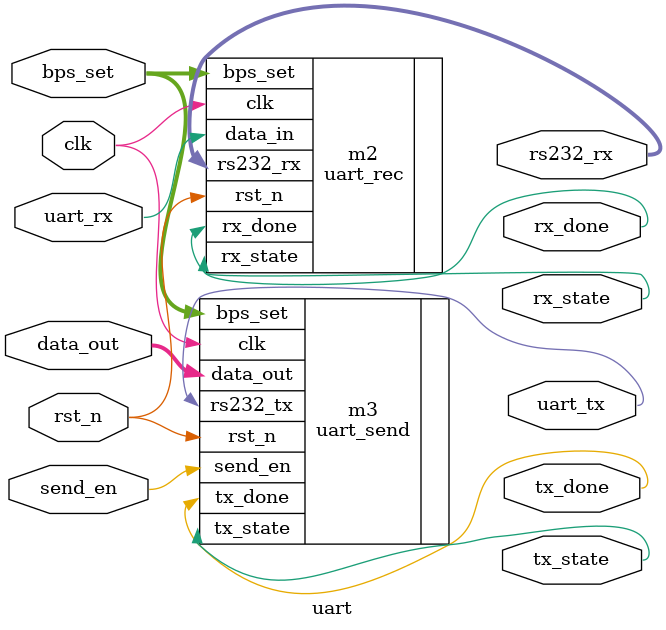
<source format=v>
module uart(
	input			clk			,
	input 		rst_n			,
	input 		uart_rx		,
	input [1:0]	bps_set		,
	input			send_en		,
	input [7:0]	data_out		,//要传输的数据
	output 		uart_tx		,
	output  		tx_done		,
	output   	tx_state		,
	output[7:0]	rs232_rx		,//已接收的数据
	output		rx_done		,
	output		rx_state
);

//=======================
//调用uart_rec模块
	uart_rec m2(
		.clk		(clk)		,		
		.rst_n	(rst_n)	,
		.rs232_rx(rs232_rx),
		.bps_set	(bps_set),
		.data_in	(uart_rx),
		.rx_done	(rx_done),
		.rx_state(rx_state)			
);
//=======================
//调用uart_send模块
	uart_send m3(
		.clk		(clk)			,		
		.rst_n	(rst_n)		,
		.data_out(data_out)	,
		.bps_set	(bps_set)	,
		.send_en	(send_en)	,
		.tx_done	(tx_done)	,
		.tx_state(tx_state)	,
		.rs232_tx(uart_tx)	
);
endmodule
</source>
